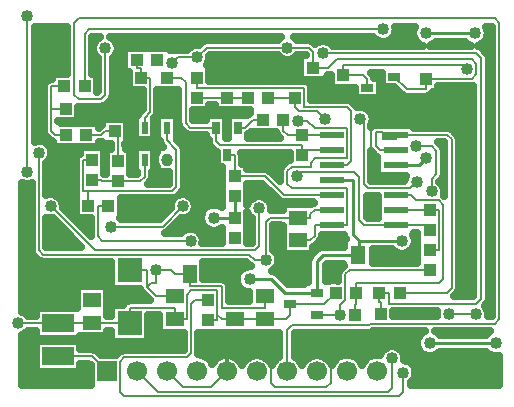
<source format=gbr>
%TF.GenerationSoftware,Novarm,DipTrace,3.0.0.2*%
%TF.CreationDate,2017-04-09T13:10:17+02:00*%
%FSLAX26Y26*%
%MOIN*%
%TF.FileFunction,Copper,L1,Top*%
%TF.Part,Single*%
%TA.AperFunction,Conductor*%
%ADD13C,0.01*%
%ADD14C,0.007874*%
%ADD15C,0.007087*%
%TA.AperFunction,CopperBalancing*%
%ADD16C,0.025*%
%ADD17C,0.012992*%
%ADD18R,0.051181X0.059055*%
%ADD19R,0.059055X0.051181*%
%ADD20R,0.043307X0.03937*%
%ADD21R,0.03937X0.043307*%
%ADD23R,0.082677X0.082677*%
%ADD25R,0.041339X0.025591*%
%ADD26R,0.106299X0.062992*%
%TA.AperFunction,ComponentPad*%
%ADD27R,0.066929X0.066929*%
%ADD28C,0.066929*%
%ADD30R,0.025591X0.041339*%
%ADD33R,0.07874X0.023622*%
%ADD35R,0.023622X0.043307*%
%TA.AperFunction,ViaPad*%
%ADD40C,0.04*%
G75*
G01*
%LPD*%
X1751220Y966634D2*
D13*
X1610471D1*
X1587559Y989547D1*
Y1169016D1*
X1519016D1*
X1244016Y838189D2*
X1316358D1*
X1360728Y793819D1*
X1469016D1*
X1125433Y1044016D2*
X1194016D1*
X1833429Y1242165D2*
X1810278Y1219016D1*
X1731614D1*
X1994366Y1658744D2*
X1833429D1*
X1845157Y624890D2*
X2064724D1*
X1606516Y919016D2*
X1610471D1*
Y966634D1*
X1606516Y919016D2*
D3*
X1469016Y793819D2*
Y899016D1*
X1489016Y919016D1*
X1606516D1*
X1194016Y1044016D2*
Y1114587D1*
X1681516Y723445D2*
D14*
Y762209D1*
X1677087D1*
Y794016D1*
X1710551D1*
Y756909D1*
X2000118D1*
X2015866Y772657D1*
Y1575827D1*
X2000118Y1591575D1*
X1488327D1*
X503799Y1717539D2*
D15*
Y1197165D1*
X781516Y1014134D2*
X954626D1*
X1021909Y1081417D1*
X1275827Y1074646D2*
Y949331D1*
X1261654Y935157D1*
X727874D1*
X581516Y1081516D1*
X1401496Y1182382D2*
D14*
D3*
X1844016Y1002087D2*
X1834622Y1019016D1*
X1844016Y1009622D1*
Y1002087D1*
X1731614Y1019016D2*
X1834622D1*
X1401496Y1182382D2*
X1413878Y1194764D1*
X1593661D1*
X1609409Y1179016D1*
Y1034764D1*
X1625157Y1019016D1*
X1731614D1*
X1636142Y1476791D2*
D15*
Y1504843D1*
X1621969Y1519016D1*
X1556516D1*
X1968307Y1540673D2*
D3*
X1556516Y1519016D2*
Y1551299D1*
X1957681D1*
X1968307Y1540673D1*
X1594016Y719016D2*
Y752559D1*
X1598445Y756988D1*
Y794016D1*
Y825118D1*
X1875118D1*
X1889291Y839291D1*
Y1087125D1*
X1875118Y1101299D1*
X1799331D1*
X1781614Y1119016D1*
X1731614D1*
X985472Y1560472D2*
D14*
X1004075Y1579075D1*
X1069016D1*
X1831516Y1506516D2*
Y1473051D1*
X1767835D1*
X1726693Y1514193D1*
X1456516Y1544016D2*
X1505900D1*
X1534370Y1572484D1*
X1984369D1*
X2000118Y1556736D1*
Y1522264D1*
X1984370Y1506516D1*
X1831516D1*
X1370000Y1610886D2*
X1440768D1*
X1456516Y1595138D1*
Y1544016D1*
X1069016Y1579075D2*
X1100827Y1610886D1*
X1370000D1*
X969016Y1237717D2*
D15*
D3*
X1756614Y527807D2*
Y462882D1*
X1742441Y448709D1*
X827282D1*
X813110Y462882D1*
Y564350D1*
X827283Y578524D1*
X1034173D1*
X1048346Y592697D1*
Y754843D1*
X1062520Y769016D1*
X1106516D1*
X1519016Y1219016D2*
X1569016D1*
X1583189Y1233189D1*
Y1398386D1*
X1569016Y1412559D1*
X1426299D1*
Y1476299D1*
X1069016D1*
Y1510945D1*
X1169016Y1444016D2*
X1099331D1*
X1069016D1*
X1239587D2*
X1199331D1*
X1169016D1*
X1306516D2*
X1394016D1*
X1800984Y1162559D2*
X1779883Y1141457D1*
X1638937D1*
X1624764Y1155630D1*
Y1361142D1*
X1613819Y1372087D1*
X1394016Y1444016D2*
Y1412559D1*
X1408189Y1398386D1*
X1470000D1*
X1496299Y1372087D1*
X1613819D2*
D3*
X631516Y1319016D2*
X596949D1*
X582776Y1333189D1*
Y1406516D1*
Y1481516D1*
X627087D1*
X582776Y1406516D2*
X631516D1*
X1419016Y1319016D2*
X1370689D1*
X1356516Y1333189D1*
Y1369016D1*
X1519016Y1319016D2*
X1419016D1*
X894213Y1237717D2*
Y1178760D1*
X880039Y1164587D1*
X806516D1*
X753760D1*
X749331Y1169016D1*
X719016D1*
X1047362Y967051D2*
X752972D1*
X738799Y981224D1*
Y1081516D1*
X773445D1*
X935945Y1569016D2*
D3*
X1206516Y1344016D2*
X1229941D1*
X1254941Y1369016D1*
X1289587D1*
X969016Y1510945D2*
X1016969D1*
X1031142Y1496772D1*
Y1358189D1*
X1045315Y1344016D1*
X1131713D1*
X1419016Y1252087D2*
X1428969Y1269016D1*
X1519016D1*
X1419016Y1252087D2*
Y1259063D1*
X1428969Y1269016D1*
X1131713Y1344016D2*
Y1298937D1*
X1145886Y1284764D1*
X1419016D1*
Y1252087D1*
X1169114Y1253465D2*
X1194016D1*
Y1181516D1*
X1296307D1*
X1358807Y1119016D1*
X1519016D1*
X1406516Y969213D2*
X1446673D1*
X1460846Y983386D1*
Y1019016D1*
X1519016D1*
X1569016D1*
Y1141457D1*
X1384252D1*
X1370079Y1155630D1*
Y1199626D1*
X1384252Y1213799D1*
X1449331D1*
Y1227283D1*
X1463504Y1241457D1*
X1569016D1*
Y1341457D1*
X1462480D1*
X1436181Y1367756D1*
X1405256D1*
X1519016Y1069016D2*
X1460845D1*
X1446673Y1054843D1*
Y1044016D1*
X1406516D1*
X1299492Y902756D2*
X1260891D1*
X1242661Y920984D1*
X556913D1*
X542740Y935157D1*
Y1259764D1*
X1406516Y1044016D2*
X1313665D1*
X1299492Y1029843D1*
Y902756D1*
X1194016Y977087D2*
D3*
X698445Y1319016D2*
X750417D1*
X762917Y1331516D1*
X794016D1*
X806516D1*
Y1231516D1*
X794016Y1331516D2*
D3*
X1844016Y1069016D2*
X1875118D1*
Y935945D1*
X1844016D1*
X1731614Y1069016D2*
X1844016D1*
X719016Y1235945D2*
X688701D1*
Y1132303D1*
X706516D1*
X986259D1*
X1000433Y1146476D1*
Y1270787D1*
X969016Y1302205D1*
Y1344016D1*
X706516Y1132303D2*
Y1081516D1*
X894213Y1344016D2*
Y1377087D1*
X912618Y1395492D1*
Y1510945D1*
X881516D1*
Y1541575D1*
X869016D1*
Y1569016D1*
X1998937Y721791D2*
X1909331D1*
X1731614Y1269016D2*
X1679331D1*
X1665157Y1283189D1*
Y1329075D1*
X1688701D1*
Y1305535D1*
X1731614D1*
Y1319016D1*
X1903465D1*
X1917638Y1304843D1*
Y808189D1*
X1903465Y794016D1*
X1744016D1*
X1798071Y1281516D2*
X1852799D1*
X1866972Y1267343D1*
Y1188654D1*
X1851972Y1173654D1*
Y1131929D1*
X763130Y1608110D2*
D14*
Y1453760D1*
X747382Y1438012D1*
X676299D1*
X660551Y1453760D1*
Y1692681D1*
X676299Y1708429D1*
X2061535D1*
X2077283Y1692681D1*
Y705728D1*
X2061535Y689980D1*
X1645844D1*
X1641413Y685551D1*
X1384764D1*
X1369016Y669803D1*
Y531516D1*
X473169Y691752D2*
D15*
X606516D1*
X994016Y706516D2*
X1034173D1*
Y787125D1*
X1048346Y801299D1*
X1136831D1*
Y720689D1*
Y702087D1*
X1106516D1*
X1136831Y720689D2*
X1151004Y706516D1*
X1194016D1*
X844016Y691850D2*
Y743819D1*
X994016D1*
Y706516D1*
X719016Y694016D2*
X762618D1*
X764783Y691850D1*
X844016D1*
X606516Y691752D2*
X670295D1*
X672559Y694016D1*
X719016D1*
X1378465Y756417D2*
X1493917D1*
X1531516Y794016D1*
X1294016Y706516D2*
X1364291D1*
X1378465Y720689D1*
Y756417D1*
X1194016Y706516D2*
X1294016D1*
X1531516Y794016D2*
D3*
X1689980Y1671260D2*
D14*
X709764D1*
X694016Y1655512D1*
Y1481516D1*
X994016Y781319D2*
D15*
X932382D1*
X900886Y812815D1*
X915059Y826988D1*
X931516D1*
Y868917D1*
X1469016Y719016D2*
X1545689D1*
X869016Y531516D2*
X937650Y462882D1*
X1705039D1*
X1719213Y477055D1*
Y574890D1*
X900886Y812815D2*
Y869016D1*
X844016D1*
X1044213Y856516D2*
Y815472D1*
X1151004D1*
Y742736D1*
X1294016D1*
Y781319D1*
X931516Y868917D2*
X981833D1*
X994236Y856516D1*
X1044213D1*
X1545689Y719016D2*
Y751299D1*
X1563799Y769409D1*
Y854841D1*
X1577972Y869016D1*
X1844016D1*
X719016Y768819D2*
D3*
X769016Y531516D2*
X719016Y581516D1*
X606516D1*
X1681516Y656516D2*
D14*
X1630094D1*
X1625665Y652087D1*
X1594016D1*
X1169016Y1579075D2*
Y1510945D1*
X881516Y1444016D2*
Y1400020D1*
X865768Y1384272D1*
Y1302992D1*
X881516Y1287244D1*
X915862D1*
X1831516Y1439587D2*
X1758504D1*
Y1439390D1*
X1726693D1*
X865768Y1384272D2*
X839686D1*
X825513Y1398445D1*
X794016D1*
X1119016Y856516D2*
X1162205D1*
X1183937Y834783D1*
X1194016D1*
Y803189D1*
X1169016Y531516D2*
X1115736Y478236D1*
X1022295D1*
X969016Y531516D1*
X1245315Y610728D2*
X1184764D1*
X1169016Y594980D1*
Y531516D1*
X1514291Y652087D2*
Y493984D1*
X1498543Y478236D1*
X1330041D1*
X1314291Y493984D1*
Y594980D1*
X1298543Y610728D1*
X1245315D1*
X1594016Y652087D2*
X1514291D1*
X1556516Y1452087D2*
X1626390D1*
X1663693Y1414783D1*
X1649520Y1400610D1*
Y1184764D1*
X1665268Y1169016D1*
X1731614D1*
X1460945Y1444016D2*
X1500358D1*
X1508429Y1452087D1*
X1556516D1*
X1389587Y1544016D2*
Y1507402D1*
X1405335Y1491654D1*
X1445197D1*
X1460945Y1475906D1*
Y1444016D1*
X1169016Y1510945D2*
X1295953D1*
X1329024Y1544016D1*
X1389587D1*
X1116890Y1238819D2*
X1093051Y1214980D1*
X1081217D1*
Y1008657D1*
X969016Y1444016D2*
X1015787D1*
Y1254567D1*
X1031535Y1238819D1*
X1116890D1*
X931614Y1344016D2*
Y1444016D1*
X969016D1*
X915862Y1287244D2*
X931614Y1298059D1*
Y1344016D1*
X915862Y1287244D2*
Y1298059D1*
X931614D1*
X915862Y1287244D2*
D3*
X1726693Y1439390D2*
Y1414783D1*
X1663693D1*
X794016Y1398445D2*
X739980D1*
X731909Y1406516D1*
X698445D1*
X1194016Y803189D2*
Y781319D1*
X1681319Y919016D2*
D15*
D3*
X1194016Y781319D2*
Y803189D1*
D40*
X1488327Y1591575D3*
X503799Y1197165D3*
Y1717539D3*
X1021909Y1081417D3*
X781516Y1014134D3*
X581516Y1081516D3*
X1275827Y1074646D3*
X1401496Y1182382D3*
X1968307Y1540673D3*
X969016Y1237717D3*
X985472Y1560472D3*
X1069016Y1579075D3*
X1370000Y1610886D3*
X1756614Y527807D3*
X1496299Y1372087D3*
X1613819D3*
X1800984Y1162559D3*
X1047362Y967051D3*
X935945Y1569016D3*
X1405256Y1367756D3*
X542740Y1259764D3*
X1194016Y977087D3*
X1299492Y902756D3*
X1909331Y721791D3*
X1998937D3*
X1244016Y838189D3*
X1751220Y966634D3*
X1833429Y1242165D3*
Y1658744D3*
X1994366D3*
X2064724Y624890D3*
X1845157D3*
X1125433Y1044016D3*
X1851972Y1131929D3*
X1798071Y1281516D3*
X763130Y1608110D3*
X473169Y691752D3*
X1531516Y794016D3*
X1689980Y1671260D3*
X1545689Y719016D3*
X1719213Y574890D3*
X719016Y768819D3*
X931516Y868917D3*
X1514291Y652087D3*
X1081217Y1008657D3*
X1116890Y1238819D3*
X1681319Y919016D3*
X1245315Y610728D3*
X915862Y1287244D3*
X1194016Y803189D3*
X1169016Y1579075D3*
X530407Y1655860D2*
D16*
X632731D1*
X1730895D2*
X1787517D1*
X2040270D2*
X2049456D1*
X530407Y1630991D2*
X632731D1*
X800085D2*
X1082976D1*
X1458630D2*
X1473259D1*
X1503405D2*
X1677995D1*
X1701989D2*
X1797429D1*
X2030358D2*
X2049479D1*
X530407Y1606122D2*
X632731D1*
X806970D2*
X824284D1*
X980700D2*
X1035222D1*
X2023864D2*
X2049479D1*
X530407Y1581253D2*
X632731D1*
X797106D2*
X824284D1*
X1112829D2*
X1338640D1*
X1401354D2*
X1410966D1*
X530407Y1556385D2*
X632731D1*
X721813D2*
X735319D1*
X790905D2*
X824284D1*
X1106091D2*
X1411003D1*
X530407Y1531516D2*
X632731D1*
X721813D2*
X735319D1*
X790905D2*
X824284D1*
X1111804D2*
X1411003D1*
X530407Y1506647D2*
X582341D1*
X790905D2*
X838737D1*
X1111804D2*
X1411003D1*
X1502038D2*
X1513771D1*
X530407Y1481778D2*
X556169D1*
X790905D2*
X838737D1*
X1452282D2*
X1513737D1*
X530407Y1456910D2*
X556169D1*
X790905D2*
X886003D1*
X939245D2*
X1004509D1*
X1452917D2*
X1592399D1*
X1679919D2*
X1745720D1*
X1853503D2*
X1988054D1*
X530407Y1432041D2*
X556169D1*
X779675D2*
X886003D1*
X939245D2*
X1004509D1*
X1585729D2*
X1988054D1*
X530407Y1407172D2*
X556169D1*
X676257D2*
X886003D1*
X939245D2*
X1004509D1*
X1111804D2*
X1126237D1*
X1636706D2*
X1988054D1*
X530407Y1382303D2*
X556169D1*
X676257D2*
X859294D1*
X1057751D2*
X1095817D1*
X1655603D2*
X1988054D1*
X530407Y1357434D2*
X556169D1*
X743200D2*
X751225D1*
X836804D2*
X859294D1*
X1654186D2*
X1988054D1*
X530407Y1332566D2*
X556169D1*
X836804D2*
X859294D1*
X1003894D2*
X1020131D1*
X1926501D2*
X1988054D1*
X530407Y1307697D2*
X571647D1*
X836804D2*
X859294D1*
X1003894D2*
X1095817D1*
X1944079D2*
X1988054D1*
X578649Y1282828D2*
X586774D1*
X743200D2*
X779899D1*
X833142D2*
X951774D1*
X1023815D2*
X1111247D1*
X1944274D2*
X1988054D1*
X585778Y1257959D2*
X676237D1*
X849304D2*
X859294D1*
X1027038D2*
X1133220D1*
X1220202D2*
X1376237D1*
X1944274D2*
X1988054D1*
X575817Y1233091D2*
X662077D1*
X849304D2*
X859294D1*
X1027038D2*
X1133220D1*
X1220642D2*
X1367302D1*
X1651403D2*
X1666203D1*
X1944274D2*
X1988054D1*
X569372Y1208222D2*
X662077D1*
X849304D2*
X859294D1*
X1027038D2*
X1151237D1*
X1236804D2*
X1345036D1*
X1651403D2*
X1666203D1*
X1944274D2*
X1988054D1*
X569372Y1183353D2*
X662077D1*
X920837D2*
X973796D1*
X1027038D2*
X1151237D1*
X1331091D2*
X1343497D1*
X1651403D2*
X1763640D1*
X1944274D2*
X1988054D1*
X569372Y1158484D2*
X662077D1*
X910534D2*
X973796D1*
X1027038D2*
X1148308D1*
X1944274D2*
X1988054D1*
X487756Y1133616D2*
X516130D1*
X569372D2*
X662077D1*
X1023327D2*
X1148308D1*
X1239685D2*
X1307585D1*
X1944274D2*
X1988054D1*
X487756Y1108747D2*
X516130D1*
X614099D2*
X661784D1*
X1054431D2*
X1148308D1*
X1239685D2*
X1251312D1*
X1300329D2*
X1332487D1*
X1637194D2*
X1669157D1*
X1944274D2*
X1988054D1*
X487756Y1083878D2*
X516130D1*
X624548D2*
X661784D1*
X818200D2*
X978874D1*
X1064929D2*
X1105534D1*
X1317858D2*
X1353923D1*
X1637194D2*
X1669157D1*
X1944274D2*
X1988054D1*
X487756Y1059009D2*
X516130D1*
X640612D2*
X661784D1*
X818200D2*
X962907D1*
X1058239D2*
X1082097D1*
X1637194D2*
X1669157D1*
X1944274D2*
X1988054D1*
X487756Y1034140D2*
X516130D1*
X569372D2*
X592302D1*
X665515D2*
X712175D1*
X1011218D2*
X1080583D1*
X1239685D2*
X1249239D1*
X1944274D2*
X1988054D1*
X487756Y1009272D2*
X516130D1*
X569372D2*
X617155D1*
X690368D2*
X712175D1*
X986364D2*
X1096745D1*
X1239685D2*
X1249239D1*
X1326110D2*
X1353923D1*
X1944274D2*
X1988054D1*
X487756Y984403D2*
X516130D1*
X569372D2*
X642009D1*
X1086560D2*
X1151237D1*
X1236804D2*
X1249186D1*
X1326110D2*
X1353923D1*
X1487487D2*
X1557048D1*
X1944274D2*
X1988054D1*
X487756Y959534D2*
X516130D1*
X569372D2*
X666911D1*
X1089733D2*
X1151237D1*
X1236804D2*
X1249186D1*
X1326110D2*
X1353923D1*
X1473620D2*
X1554948D1*
X1944274D2*
X1988054D1*
X487756Y934665D2*
X516130D1*
X1327087D2*
X1353923D1*
X1658093D2*
X1719206D1*
X1783239D2*
X1801237D1*
X1944274D2*
X1988054D1*
X487756Y909797D2*
X531511D1*
X1341979D2*
X1440153D1*
X1658093D2*
X1801237D1*
X1944274D2*
X1988054D1*
X487756Y884928D2*
X779606D1*
X1092907D2*
X1242155D1*
X1338464D2*
X1438005D1*
X1499987D2*
X1554948D1*
X1944274D2*
X1988054D1*
X487756Y860059D2*
X779606D1*
X1092907D2*
X1203923D1*
X1337097D2*
X1438005D1*
X1499987D2*
X1537761D1*
X1944274D2*
X1988054D1*
X487756Y835190D2*
X779606D1*
X1167370D2*
X1198112D1*
X1362145D2*
X1438005D1*
X1499987D2*
X1537175D1*
X1944274D2*
X1988054D1*
X487756Y810322D2*
X666423D1*
X771618D2*
X779572D1*
X1177624D2*
X1208122D1*
X1944274D2*
X1988054D1*
X487756Y785453D2*
X666423D1*
X771618D2*
X891618D1*
X1177624D2*
X1241423D1*
X1931530D2*
X1988054D1*
X487756Y760584D2*
X666423D1*
X771618D2*
X824186D1*
X2040612D2*
X2049495D1*
X487756Y735715D2*
X530290D1*
X771618D2*
X779572D1*
X2039538D2*
X2049457D1*
X908435Y710847D2*
X941423D1*
X908435Y685978D2*
X941423D1*
X502282Y661109D2*
X530290D1*
X771618D2*
X779572D1*
X908435D2*
X941423D1*
X1650427D2*
X1818571D1*
X1871765D2*
X2038151D1*
X487756Y636240D2*
X779606D1*
X908435D2*
X1021745D1*
X1074987D2*
X1341228D1*
X1396813D2*
X1800651D1*
X487756Y611371D2*
X530290D1*
X682751D2*
X1021745D1*
X1074987D2*
X1341228D1*
X1396813D2*
X1698942D1*
X1739489D2*
X1801335D1*
X487756Y586503D2*
X530290D1*
X750622D2*
X798649D1*
X1086413D2*
X1341228D1*
X1396813D2*
X1677800D1*
X1760583D2*
X1822185D1*
X1868103D2*
X2041765D1*
X487756Y561634D2*
X530290D1*
X1781530D2*
X2071940D1*
X487756Y536765D2*
X530290D1*
X682751D2*
X712468D1*
X1798718D2*
X2071940D1*
X487756Y511896D2*
X712468D1*
X1796472D2*
X2071940D1*
X487756Y487028D2*
X712468D1*
X1783239D2*
X2071940D1*
X1655606Y938108D2*
Y893088D1*
X1803705Y893146D1*
X1803744Y959085D1*
X1802957Y959059D1*
Y993678D1*
X1792386Y993705D1*
X1792358Y985831D1*
X1790259D1*
X1792591Y980076D1*
X1794185Y973439D1*
X1794720Y966634D1*
X1794185Y959829D1*
X1792591Y953192D1*
X1789979Y946885D1*
X1786413Y941065D1*
X1781980Y935875D1*
X1776789Y931442D1*
X1770969Y927875D1*
X1764663Y925263D1*
X1758025Y923669D1*
X1751220Y923134D1*
X1744416Y923669D1*
X1737778Y925263D1*
X1731472Y927875D1*
X1725652Y931442D1*
X1720461Y935875D1*
X1718369Y938138D1*
X1655566Y938134D1*
X1557425Y947482D2*
Y972043D1*
X1565091D1*
X1562165Y976608D1*
X1559846Y982894D1*
X1559362Y985498D1*
X1553973Y986618D1*
X1484978D1*
X1484679Y979611D1*
X1483140Y974152D1*
X1480368Y969203D1*
X1477909Y966323D1*
X1460856Y949691D1*
X1457231Y947530D1*
X1456630Y940390D1*
Y926923D1*
X1470506Y940687D1*
X1476077Y944410D1*
X1482363Y946728D1*
X1489016Y947516D1*
X1489356Y947503D1*
X1557424Y947516D1*
X1368902Y1090193D2*
X1449322D1*
X1453388Y1091964D1*
X1459063Y1093076D1*
X1456516Y1094886D1*
X1355032Y1095183D1*
X1349573Y1096723D1*
X1344624Y1099494D1*
X1341745Y1101953D1*
X1286329Y1157369D1*
X1237176Y1157386D1*
X1237227Y1087188D1*
X1239664Y1093072D1*
X1242992Y1098502D1*
X1247128Y1103345D1*
X1251971Y1107481D1*
X1257401Y1110809D1*
X1263285Y1113246D1*
X1269478Y1114733D1*
X1275827Y1115232D1*
X1282176Y1114733D1*
X1288369Y1113246D1*
X1294253Y1110809D1*
X1299683Y1107481D1*
X1304526Y1103345D1*
X1308662Y1098502D1*
X1311990Y1093072D1*
X1314427Y1087188D1*
X1315914Y1080995D1*
X1316413Y1074646D1*
X1315882Y1068138D1*
X1356390Y1068146D1*
X1356402Y1090193D1*
X1368902D1*
X1356402Y997839D2*
X1356450Y1015390D1*
X1344016Y1019886D1*
X1323654D1*
X1323622Y935360D1*
X1328191Y931455D1*
X1332327Y926612D1*
X1335655Y921182D1*
X1338092Y915298D1*
X1339579Y909105D1*
X1340079Y902756D1*
X1339579Y896407D1*
X1338092Y890214D1*
X1335655Y884330D1*
X1332327Y878900D1*
X1328191Y874057D1*
X1323348Y869921D1*
X1317994Y866636D1*
X1323011Y865902D1*
X1329297Y863583D1*
X1334868Y859861D1*
X1372522Y822330D1*
X1424840Y822319D1*
X1424847Y830114D1*
X1440520D1*
X1440603Y901252D1*
X1441911Y907823D1*
X1444715Y913907D1*
X1448863Y919168D1*
X1449113Y919400D1*
X1452773Y923035D1*
X1356402D1*
Y1015390D1*
X1378744Y1237239D2*
Y1260676D1*
X1217014Y1260634D1*
X1218071Y1255358D1*
X1218146Y1223728D1*
X1234288Y1223756D1*
Y1205640D1*
X1300082Y1205349D1*
X1305541Y1203809D1*
X1310490Y1201037D1*
X1313370Y1198578D1*
X1345928Y1166020D1*
X1346246Y1203401D1*
X1347785Y1208860D1*
X1350557Y1213809D1*
X1353016Y1216689D1*
X1370069Y1233321D1*
X1375018Y1236092D1*
X1378742Y1237287D1*
X1209288Y1403738D2*
Y1401775D1*
X1128744D1*
Y1419891D1*
X1109299Y1419886D1*
X1109288Y1401775D1*
X1055235D1*
X1055272Y1368207D1*
X1098293Y1368146D1*
X1098331Y1385271D1*
X1165095D1*
Y1308892D1*
X1173181Y1308894D1*
X1173134Y1385271D1*
X1237083D1*
X1240758Y1388537D1*
X1246116Y1391460D1*
X1245707Y1391309D1*
X1246116Y1391460D1*
X1244327Y1403744D1*
X1209317D1*
X1244130Y660357D2*
X1146816Y660338D1*
X1146788Y659846D1*
X1072422D1*
X1072402Y590804D1*
X1072094Y588494D1*
X1082314Y586906D1*
X1090815Y584144D1*
X1098780Y580086D1*
X1106011Y574832D1*
X1112332Y568511D1*
X1117586Y561280D1*
X1120188Y556473D1*
X1125103Y564364D1*
X1129992Y570044D1*
X1135609Y575004D1*
X1141850Y579153D1*
X1148599Y582412D1*
X1155729Y584720D1*
X1163107Y586035D1*
X1170595Y586332D1*
X1178054Y585604D1*
X1185344Y583867D1*
X1192329Y581152D1*
X1198878Y577510D1*
X1204870Y573009D1*
X1210193Y567733D1*
X1214746Y561781D1*
X1218446Y555264D1*
X1219440Y553067D1*
X1222930Y559757D1*
X1227915Y566619D1*
X1233912Y572617D1*
X1240774Y577602D1*
X1248331Y581453D1*
X1256398Y584073D1*
X1264775Y585400D1*
X1273257D1*
X1281634Y584073D1*
X1289700Y581453D1*
X1297257Y577602D1*
X1304119Y572617D1*
X1310117Y566619D1*
X1315102Y559757D1*
X1318571Y553028D1*
X1322258Y560169D1*
X1327316Y567131D1*
X1333401Y573215D1*
X1340363Y578273D1*
X1343723Y580155D1*
X1343705Y660373D1*
X1243902Y660387D1*
X769129Y740193D2*
X769130Y717195D1*
X772249Y716126D1*
X782117Y715980D1*
X782091Y753776D1*
X822081D1*
X824494Y758002D1*
X828345Y762167D1*
X833061Y765319D1*
X838383Y767282D1*
X844349Y767936D1*
X911643Y767949D1*
X881364Y798632D1*
X878593Y803581D1*
X877818Y805779D1*
X877474Y807091D1*
X782091D1*
Y896885D1*
X555020Y896929D1*
X549457Y898035D1*
X544305Y900410D1*
X539625Y904166D1*
X523219Y920974D1*
X520447Y925923D1*
X518907Y931383D1*
X518610Y935157D1*
Y1159425D1*
X513274Y1157700D1*
X506984Y1156704D1*
X500615D1*
X494324Y1157700D1*
X488267Y1159668D1*
X485232Y1161081D1*
X485256Y730484D1*
X491595Y727915D1*
X497026Y724587D1*
X501868Y720451D1*
X505796Y715872D1*
X532788Y715882D1*
X532780Y743835D1*
X668902Y743882D1*
Y814996D1*
X769130D1*
X769081Y722642D1*
X770075Y716965D1*
X771852Y716309D1*
X769130Y667781D2*
Y647838D1*
X680214D1*
X680252Y639669D1*
X532780D1*
Y667648D1*
X505783Y667622D1*
X501868Y663053D1*
X497026Y658917D1*
X491595Y655589D1*
X485244Y653020D1*
X485256Y485256D1*
X714992D1*
X714965Y551439D1*
X706516Y557386D1*
X680295D1*
X680252Y529433D1*
X532780D1*
Y633598D1*
X680252D1*
Y605620D1*
X720909Y605571D1*
X726472Y604465D1*
X731624Y602090D1*
X736304Y598334D1*
X749095Y585562D1*
X800267Y585567D1*
X813100Y598045D1*
X818049Y600817D1*
X823509Y602356D1*
X827283Y602654D1*
X1024207D1*
X1024216Y660324D1*
X943902Y660339D1*
Y719665D1*
X905979Y719689D1*
X905941Y629925D1*
X782091D1*
Y667767D1*
X769162Y667720D1*
X1243902Y766831D2*
Y794663D1*
X1237211Y795225D1*
X1230574Y796818D1*
X1224267Y799430D1*
X1218447Y802997D1*
X1213257Y807430D1*
X1208824Y812620D1*
X1205257Y818440D1*
X1202645Y824747D1*
X1201051Y831384D1*
X1200516Y838189D1*
X1201051Y844994D1*
X1202645Y851631D1*
X1205257Y857938D1*
X1208824Y863758D1*
X1213257Y868948D1*
X1218447Y873381D1*
X1224267Y876948D1*
X1230574Y879560D1*
X1237211Y881153D1*
X1244016Y881689D1*
X1249959Y881255D1*
X1245221Y884407D1*
X1232677Y896845D1*
X1090366Y896854D1*
X1090390Y839589D1*
X1154779Y839305D1*
X1160238Y837766D1*
X1165187Y834994D1*
X1169353Y831144D1*
X1172504Y826427D1*
X1174467Y821105D1*
X1175121Y815140D1*
X1175134Y766888D1*
X1243924Y766866D1*
X673756Y1412852D2*
Y1366244D1*
X606910D1*
X614276Y1359287D1*
X740685D1*
Y1343418D1*
X748734Y1351037D1*
X753746Y1353832D1*
X753744Y1373756D1*
X834288D1*
Y1289275D1*
X830626D1*
X830646Y1273752D1*
X846787Y1273756D1*
Y1188711D1*
X870092Y1188717D1*
X870083Y1195508D1*
X861815Y1195476D1*
Y1279956D1*
X926611D1*
Y1195476D1*
X918359D1*
X918045Y1174985D1*
X916506Y1169526D1*
X913734Y1164577D1*
X911275Y1161697D1*
X905992Y1156415D1*
X976291Y1156433D1*
X976303Y1194670D1*
X935831Y1194689D1*
X935543Y1213397D1*
X932151Y1218933D1*
X929667Y1224931D1*
X928151Y1231244D1*
X927642Y1237717D1*
X928151Y1244189D1*
X929667Y1250502D1*
X932151Y1256500D1*
X935834Y1262404D1*
X935831Y1280744D1*
X956387D1*
X949494Y1288021D1*
X946723Y1292971D1*
X945183Y1298430D1*
X944943Y1300748D1*
X936618Y1301775D1*
Y1386256D1*
X1001414D1*
Y1303886D1*
X1019955Y1284971D1*
X1022726Y1280022D1*
X1024266Y1274562D1*
X1024563Y1270787D1*
X1024266Y1142702D1*
X1022726Y1137242D1*
X1019955Y1132293D1*
X1017495Y1129413D1*
X1007384Y1119303D1*
X1015560Y1121504D1*
X1021909Y1122004D1*
X1028259Y1121504D1*
X1034451Y1120017D1*
X1040335Y1117580D1*
X1045766Y1114253D1*
X1050609Y1110116D1*
X1054745Y1105274D1*
X1058072Y1099843D1*
X1060510Y1093959D1*
X1061996Y1087766D1*
X1062496Y1081417D1*
X1061996Y1075068D1*
X1060510Y1068875D1*
X1058072Y1062991D1*
X1054745Y1057561D1*
X1050609Y1052718D1*
X1045766Y1048582D1*
X1040335Y1045254D1*
X1034451Y1042817D1*
X1028259Y1041330D1*
X1021909Y1040831D1*
X1015894Y1041291D1*
X968809Y994612D1*
X963860Y991841D1*
X962018Y991167D1*
X1014740Y991181D1*
X1018663Y995750D1*
X1023506Y999886D1*
X1028936Y1003214D1*
X1034820Y1005651D1*
X1041013Y1007138D1*
X1047362Y1007638D1*
X1053711Y1007138D1*
X1059904Y1005651D1*
X1065788Y1003214D1*
X1071218Y999886D1*
X1076061Y995750D1*
X1080197Y990907D1*
X1083525Y985477D1*
X1085962Y979593D1*
X1087449Y973400D1*
X1087949Y967051D1*
X1087165Y959274D1*
X1153704Y959288D1*
X1153429Y977087D1*
X1153744Y984846D1*
Y998860D1*
X1150831Y998862D1*
Y1008676D1*
X1145182Y1005257D1*
X1138875Y1002645D1*
X1132238Y1001051D1*
X1125433Y1000516D1*
X1118628Y1001051D1*
X1111991Y1002645D1*
X1105684Y1005257D1*
X1099864Y1008824D1*
X1094674Y1013257D1*
X1090241Y1018447D1*
X1086674Y1024267D1*
X1084062Y1030574D1*
X1082469Y1037211D1*
X1081933Y1044016D1*
X1082469Y1050821D1*
X1084062Y1057458D1*
X1086674Y1063764D1*
X1090241Y1069584D1*
X1094674Y1074775D1*
X1099864Y1079208D1*
X1105684Y1082775D1*
X1111991Y1085387D1*
X1118628Y1086980D1*
X1125433Y1087516D1*
X1132238Y1086980D1*
X1138875Y1085387D1*
X1145182Y1082775D1*
X1150835Y1079319D1*
X1150831Y1159740D1*
X1153712D1*
X1153744Y1212176D1*
X1135732Y1212208D1*
Y1262843D1*
X1130215Y1266415D1*
X1113364Y1283266D1*
X1110213Y1287982D1*
X1108249Y1293304D1*
X1107596Y1299270D1*
X1107583Y1302794D1*
X1098331Y1302760D1*
Y1319898D1*
X1041540Y1320183D1*
X1036081Y1321722D1*
X1031132Y1324494D1*
X1028252Y1326953D1*
X1011620Y1344006D1*
X1008848Y1348955D1*
X1007309Y1354414D1*
X1007012Y1358189D1*
Y1468687D1*
X936778Y1468705D1*
X936674Y1393599D1*
X935567Y1388036D1*
X933192Y1382884D1*
X929436Y1378204D1*
X926608Y1375357D1*
X926611Y1301775D1*
X861815D1*
Y1386256D1*
X871919Y1386321D1*
X874691Y1391270D1*
X877150Y1394149D1*
X888509Y1405508D1*
X888488Y1468685D1*
X841244Y1468704D1*
Y1528714D1*
X826776Y1528744D1*
Y1609287D1*
X932760Y1609477D1*
X940749Y1609286D1*
X978185Y1609287D1*
Y1601230D1*
X985472Y1601846D1*
X992032Y1601320D1*
X996253Y1603147D1*
X1002089Y1604308D1*
X1036253Y1604386D1*
X1042145Y1610536D1*
X1047398Y1614352D1*
X1053183Y1617299D1*
X1059357Y1619306D1*
X1065770Y1620321D1*
X1074240Y1620087D1*
X1085949Y1631363D1*
X1091141Y1634270D1*
X1096867Y1635885D1*
X1100827Y1636197D1*
X1337301D1*
X1343130Y1642347D1*
X1348076Y1645959D1*
X779873Y1645949D1*
X787449Y1641583D1*
X792386Y1637366D1*
X796602Y1632429D1*
X799994Y1626894D1*
X802479Y1620896D1*
X803995Y1614583D1*
X804504Y1608110D1*
X803995Y1601638D1*
X802479Y1595325D1*
X799994Y1589327D1*
X796602Y1583791D1*
X792386Y1578854D1*
X788436Y1575416D1*
X788363Y1451774D1*
X787202Y1445938D1*
X784711Y1440535D1*
X780782Y1435636D1*
X762259Y1417535D1*
X757068Y1414627D1*
X751341Y1413012D1*
X747382Y1412701D1*
X673889Y1412829D1*
X782383Y1289275D2*
X753744D1*
Y1295086D1*
X740701Y1294886D1*
X740685Y1278744D1*
X589276D1*
Y1296176D1*
X584341Y1298442D1*
X579660Y1302198D1*
X563254Y1319006D1*
X560482Y1323955D1*
X558943Y1329414D1*
X558646Y1333189D1*
X558720Y1483409D1*
X559827Y1488972D1*
X562201Y1494124D1*
X565713Y1498578D1*
X570168Y1502090D1*
X575319Y1504465D1*
X580882Y1505571D1*
X584875Y1505646D1*
X584846Y1521787D1*
X635286D1*
X635240Y1680762D1*
X527896Y1680728D1*
X527929Y1297569D1*
X536391Y1299851D1*
X542740Y1300350D1*
X549089Y1299851D1*
X555282Y1298364D1*
X561166Y1295927D1*
X566596Y1292599D1*
X571439Y1288463D1*
X575575Y1283620D1*
X578903Y1278190D1*
X581340Y1272306D1*
X582827Y1266113D1*
X583327Y1259764D1*
X582827Y1253415D1*
X581340Y1247222D1*
X578903Y1241338D1*
X575575Y1235908D1*
X571439Y1231065D1*
X566860Y1227137D1*
X566870Y1119383D1*
X575167Y1121603D1*
X581516Y1122102D1*
X587865Y1121603D1*
X594058Y1120116D1*
X599942Y1117679D1*
X605372Y1114351D1*
X610215Y1110215D1*
X614351Y1105372D1*
X617679Y1099942D1*
X620116Y1094058D1*
X621603Y1087865D1*
X622102Y1081516D1*
X621642Y1075500D1*
X714692Y982465D1*
X714669Y1041234D1*
X664276Y1041244D1*
Y1121787D1*
X666961D1*
X665238Y1126670D1*
X664571Y1132303D1*
X664868Y1239720D1*
X666408Y1245179D1*
X669179Y1250128D1*
X673030Y1254293D1*
X678143Y1257628D1*
X677746Y1257445D1*
X678143Y1257628D1*
X678744Y1278185D1*
X759288D1*
X759239Y1193704D1*
X760285Y1190516D1*
X762302Y1189347D1*
X766244Y1189276D1*
Y1273756D1*
X782406D1*
X782386Y1289279D1*
X1594883Y1476775D2*
X1516244D1*
Y1520965D1*
X1511809Y1519404D1*
X1505900Y1518705D1*
X1505566Y1518718D1*
X1499544Y1510075D1*
Y1502956D1*
X1413488D1*
Y1585075D1*
X1430822D1*
X1428268Y1585575D1*
X1402731D1*
X1396870Y1579425D1*
X1391618Y1575609D1*
X1385833Y1572661D1*
X1379659Y1570655D1*
X1373246Y1569639D1*
X1366754D1*
X1360341Y1570655D1*
X1354167Y1572661D1*
X1348382Y1575609D1*
X1343130Y1579425D1*
X1337305Y1585580D1*
X1111260Y1585575D1*
X1110262Y1582321D1*
Y1575829D1*
X1109247Y1569416D1*
X1107240Y1563242D1*
X1104293Y1557457D1*
X1101255Y1553191D1*
X1109288Y1553185D1*
Y1500402D1*
X1428192Y1500355D1*
X1433756Y1499248D1*
X1438907Y1496873D1*
X1443362Y1493362D1*
X1446873Y1488907D1*
X1449248Y1483756D1*
X1450355Y1478192D1*
X1450429Y1436700D1*
X1570909Y1436615D1*
X1576472Y1435508D1*
X1581624Y1433133D1*
X1586304Y1429377D1*
X1602711Y1412569D1*
X1602953Y1412206D1*
X1602711Y1412569D1*
X1604344Y1411552D1*
X1610635Y1412548D1*
X1617003D1*
X1623294Y1411552D1*
X1629351Y1409584D1*
X1635025Y1406692D1*
X1640178Y1402949D1*
X1644681Y1398446D1*
X1648425Y1393293D1*
X1651316Y1387618D1*
X1653284Y1381561D1*
X1654280Y1375271D1*
Y1368902D1*
X1653284Y1362612D1*
X1651316Y1356555D1*
X1648881Y1351695D1*
X1648894Y1346835D1*
X1652550Y1349649D1*
X1657701Y1352024D1*
X1663264Y1353130D1*
X1690594D1*
X1696567Y1351873D1*
X1696157Y1352024D1*
X1709158Y1351413D1*
X1791571D1*
Y1343161D1*
X1905358Y1343071D1*
X1910921Y1341965D1*
X1916072Y1339590D1*
X1920753Y1335834D1*
X1937159Y1319026D1*
X1939931Y1314077D1*
X1941471Y1308617D1*
X1941768Y1304843D1*
X1941471Y804414D1*
X1939931Y798955D1*
X1937159Y794006D1*
X1934700Y791126D1*
X1925799Y782225D1*
X1989604Y782221D1*
X1990555Y785157D1*
X1990279Y1481904D1*
X1984037Y1481218D1*
X1872603Y1481205D1*
X1872575Y1463488D1*
X1854900Y1463365D1*
X1851993Y1458174D1*
X1847954Y1453804D1*
X1843007Y1450499D1*
X1837424Y1448439D1*
X1831182Y1447753D1*
X1765849Y1447818D1*
X1760013Y1448979D1*
X1754610Y1451470D1*
X1749710Y1455399D1*
X1725043Y1480047D1*
X1684650Y1480024D1*
Y1527143D1*
X1647964Y1527169D1*
X1655663Y1519026D1*
X1658435Y1514077D1*
X1659664Y1510178D1*
X1677398Y1510173D1*
Y1443409D1*
X1594886D1*
Y1476759D1*
X1394308Y580155D2*
X1401249Y575881D1*
X1407792Y570292D1*
X1413381Y563749D1*
X1417877Y556412D1*
X1419434Y553036D1*
X1422930Y559757D1*
X1427915Y566619D1*
X1433912Y572617D1*
X1440774Y577602D1*
X1448331Y581453D1*
X1456398Y584073D1*
X1464775Y585400D1*
X1473257D1*
X1481634Y584073D1*
X1489700Y581453D1*
X1497257Y577602D1*
X1504119Y572617D1*
X1510117Y566619D1*
X1515102Y559757D1*
X1518571Y553028D1*
X1522258Y560169D1*
X1527316Y567131D1*
X1533401Y573215D1*
X1540363Y578273D1*
X1548030Y582180D1*
X1556214Y584839D1*
X1564713Y586185D1*
X1573318D1*
X1581818Y584839D1*
X1590002Y582180D1*
X1597669Y578273D1*
X1604631Y573215D1*
X1610715Y567131D1*
X1615773Y560169D1*
X1618997Y553983D1*
X1622258Y560169D1*
X1627316Y567131D1*
X1633401Y573215D1*
X1640363Y578273D1*
X1648030Y582180D1*
X1656214Y584839D1*
X1664713Y586185D1*
X1673318D1*
X1679953Y585210D1*
X1683050Y593316D1*
X1686377Y598746D1*
X1690514Y603589D1*
X1695356Y607725D1*
X1700787Y611053D1*
X1706671Y613490D1*
X1712863Y614977D1*
X1719213Y615476D1*
X1725562Y614977D1*
X1731755Y613490D1*
X1737639Y611053D1*
X1743069Y607725D1*
X1747912Y603589D1*
X1752048Y598746D1*
X1755376Y593316D1*
X1757813Y587432D1*
X1759300Y581239D1*
X1759799Y574890D1*
X1759253Y568309D1*
X1766089Y567272D1*
X1772146Y565304D1*
X1777821Y562413D1*
X1782973Y558669D1*
X1787476Y554166D1*
X1791220Y549014D1*
X1794111Y543339D1*
X1796079Y537282D1*
X1797076Y530991D1*
Y524623D1*
X1796079Y518332D1*
X1794111Y512275D1*
X1791220Y506601D1*
X1787476Y501448D1*
X1782973Y496945D1*
X1780734Y495180D1*
X1780744Y485278D1*
X2074429Y485256D1*
Y582473D1*
X2068137Y581524D1*
X2061311D1*
X2054570Y582592D1*
X2048078Y584701D1*
X2041996Y587800D1*
X2036473Y591812D1*
X2031873Y596394D1*
X1878054Y596390D1*
X1873408Y591812D1*
X1867886Y587800D1*
X1861804Y584701D1*
X1855312Y582592D1*
X1848570Y581524D1*
X1841745D1*
X1835003Y582592D1*
X1828511Y584701D1*
X1822429Y587800D1*
X1816906Y591812D1*
X1812080Y596639D1*
X1808068Y602161D1*
X1804969Y608243D1*
X1802859Y614735D1*
X1801792Y621477D1*
Y628303D1*
X1802859Y635045D1*
X1804969Y641536D1*
X1808068Y647618D1*
X1812080Y653141D1*
X1816906Y657967D1*
X1822429Y661980D1*
X1827650Y664682D1*
X1655725Y664669D1*
X1651100Y662167D1*
X1645373Y660552D1*
X1641413Y660240D1*
X1395271D1*
X1394327Y657303D1*
Y580204D1*
X1239898Y1322039D2*
Y1308892D1*
X1346716Y1308894D1*
X1336994Y1319006D1*
X1334222Y1323955D1*
X1332967Y1327984D1*
X1331827Y1328744D1*
X1248791D1*
X1244124Y1324494D1*
X1240499Y1322333D1*
X1237201Y1062167D2*
Y998862D1*
X1234320D1*
X1234602Y977087D1*
X1234288Y969327D1*
Y959317D1*
X1251653Y959288D1*
X1251697Y1042055D1*
X1247128Y1045947D1*
X1242992Y1050789D1*
X1239664Y1056220D1*
X1237203Y1062188D1*
X1497528Y834287D2*
X1531516Y834602D1*
X1539715Y834287D1*
X1539966Y858616D1*
X1541506Y864075D1*
X1544278Y869024D1*
X1546736Y871903D1*
X1557429Y882597D1*
X1556516Y890516D1*
X1500803D1*
X1497533Y887228D1*
X1497516Y834318D1*
X1722575Y731658D2*
Y715252D1*
X1869244Y715442D1*
X1868744Y721791D1*
X1869244Y728140D1*
X1869963Y731614D1*
X1722530Y731598D1*
X815685Y1108164D2*
Y1041244D1*
X811730D1*
X814143Y1038254D1*
X944637Y1038264D1*
X981792Y1075425D1*
X981323Y1081417D1*
X981823Y1087766D1*
X983309Y1093959D1*
X985747Y1099843D1*
X989074Y1105274D1*
X991892Y1108840D1*
X986259Y1108173D1*
X815702D1*
X719299Y1522574D2*
X737044D1*
Y1463444D1*
X737819Y1466260D1*
Y1575391D1*
X731669Y1581240D1*
X727853Y1586492D1*
X724905Y1592277D1*
X722899Y1598452D1*
X721883Y1604864D1*
Y1611356D1*
X722899Y1617769D1*
X724905Y1623943D1*
X727853Y1629728D1*
X731669Y1634981D1*
X736260Y1639571D1*
X741512Y1643387D1*
X746479Y1645958D1*
X720205Y1645949D1*
X719327Y1643012D1*
Y1522553D1*
X1670870Y1044278D2*
Y1052201D1*
X1671700D1*
X1671658Y1117331D1*
X1635162Y1117624D1*
X1634734Y1117709D1*
X1635162Y1117624D1*
X1634734Y1117709D1*
X1634721Y1045276D1*
X1637657Y1044327D1*
X1670909D1*
X1766311Y1183704D2*
X1668744D1*
Y1247315D1*
X1663660Y1250667D1*
X1648866Y1265356D1*
X1648894Y1165585D1*
X1760523Y1165743D1*
X1761519Y1172034D1*
X1763487Y1178091D1*
X1766348Y1183711D1*
X1463101Y1624332D2*
X1469543Y1628439D1*
X1475541Y1630924D1*
X1481854Y1632439D1*
X1488327Y1632949D1*
X1494799Y1632439D1*
X1501112Y1630924D1*
X1507110Y1628439D1*
X1512646Y1625047D1*
X1517583Y1620831D1*
X1521021Y1616880D1*
X1821579Y1616886D1*
X1813681Y1619985D1*
X1807860Y1623552D1*
X1802670Y1627985D1*
X1798237Y1633175D1*
X1794670Y1638996D1*
X1792058Y1645302D1*
X1790465Y1651939D1*
X1789929Y1658744D1*
X1790465Y1665549D1*
X1792058Y1672186D1*
X1794670Y1678493D1*
X1795929Y1680739D1*
X1730240Y1680728D1*
X1731227Y1674506D1*
Y1668014D1*
X1730211Y1661601D1*
X1728205Y1655427D1*
X1725257Y1649642D1*
X1721441Y1644390D1*
X1716851Y1639799D1*
X1711598Y1635983D1*
X1705813Y1633035D1*
X1699639Y1631029D1*
X1693226Y1630013D1*
X1686734D1*
X1680322Y1631029D1*
X1674147Y1633035D1*
X1668362Y1635983D1*
X1663110Y1639799D1*
X1657286Y1645954D1*
X1391982Y1645949D1*
X1396870Y1642347D1*
X1402695Y1636191D1*
X1444727Y1635885D1*
X1450454Y1634270D1*
X1455645Y1631363D1*
X1458665Y1628784D1*
X1463119Y1624330D1*
X587531Y1041389D2*
X581516Y1040929D1*
X575167Y1041429D1*
X568974Y1042916D1*
X566860Y1043695D1*
X566870Y945136D1*
X683818Y945114D1*
X587517Y1041390D1*
X2039399Y718607D2*
X2038992Y715283D1*
X2051068Y715291D1*
X2051972Y718228D1*
Y1680775D1*
X2031900Y1680728D1*
X2034555Y1675391D1*
X2036664Y1668899D1*
X2037732Y1662157D1*
Y1655331D1*
X2036664Y1648589D1*
X2034555Y1642097D1*
X2031456Y1636015D1*
X2027444Y1630493D1*
X2022617Y1625666D1*
X2017095Y1621654D1*
X2011013Y1618555D1*
X2004611Y1616471D1*
X2009804Y1614959D1*
X2014996Y1612052D1*
X2018016Y1609472D1*
X2036343Y1590704D1*
X2039251Y1585513D1*
X2040866Y1579786D1*
X2041177Y1575827D1*
X2040866Y768698D1*
X2039251Y762971D1*
X2036343Y757780D1*
X2033764Y754760D1*
X2028550Y749546D1*
X2033543Y742998D1*
X2036434Y737323D1*
X2038402Y731266D1*
X2039399Y724976D1*
Y718607D1*
X1866280Y1630248D2*
X1861680Y1625666D1*
X1856158Y1621654D1*
X1850076Y1618555D1*
X1845086Y1616870D1*
X1982516Y1616886D1*
X1974618Y1619985D1*
X1968797Y1623552D1*
X1963607Y1627985D1*
X1961515Y1630248D1*
X1866290Y1630244D1*
X2031873Y653386D2*
X2036473Y657967D1*
X2041996Y661980D1*
X2047217Y664682D1*
X1862756Y664669D1*
X1867886Y661980D1*
X1873408Y657967D1*
X1878009Y653386D1*
X2031827Y653390D1*
X1892434Y1128745D2*
X1891438Y1122454D1*
X1890789Y1119648D1*
X1893528Y1117014D1*
X1893508Y1294859D1*
X1873533Y1294886D1*
X1886494Y1281526D1*
X1889266Y1276577D1*
X1890805Y1271117D1*
X1891103Y1267343D1*
X1890805Y1184879D1*
X1889266Y1179419D1*
X1886494Y1174470D1*
X1884035Y1171591D1*
X1876612Y1164168D1*
X1882835Y1158288D1*
X1886578Y1153136D1*
X1889470Y1147461D1*
X1891438Y1141404D1*
X1892434Y1135114D1*
Y1128745D1*
X1169016Y586306D2*
D17*
Y531516D1*
D18*
X1606516Y919016D3*
X1681319D3*
D19*
X1406516Y1044016D3*
Y969213D3*
D20*
X1394016Y1444016D3*
X1460945D3*
D21*
X1419016Y1319016D3*
Y1252087D3*
X1169016Y1444016D3*
Y1510945D3*
D19*
X1194016Y706516D3*
Y781319D3*
X719016Y694016D3*
Y768819D3*
X1294016Y706516D3*
Y781319D3*
D18*
X1119016Y856516D3*
X1044213D3*
D20*
X631516Y1406516D3*
X698445D3*
D21*
X794016Y1331516D3*
Y1398445D3*
X719016Y1169016D3*
Y1235945D3*
X1556516Y1519016D3*
Y1452087D3*
D20*
X1456516Y1544016D3*
X1389587D3*
D21*
X1831516Y1506516D3*
Y1439587D3*
D23*
X844016Y869016D3*
Y691850D3*
D25*
X1469016Y719016D3*
Y793819D3*
X1378465Y756417D3*
D19*
X994016Y706516D3*
Y781319D3*
D26*
X606516Y581516D3*
Y691752D3*
D27*
X769016Y531516D3*
D28*
X869016D3*
X969016D3*
X1069016D3*
X1169016D3*
X1269016D3*
X1369016D3*
X1469016D3*
X1569016D3*
X1669016D3*
D30*
X1206516Y1344016D3*
X1131713D3*
X1169114Y1253465D3*
D21*
X1194016Y1044016D3*
Y977087D3*
Y1181516D3*
Y1114587D3*
D20*
X1306516Y1444016D3*
X1239587D3*
D21*
X1069016D3*
Y1510945D3*
D20*
X1356516Y1369016D3*
X1289587D3*
D21*
X969016Y1444016D3*
Y1510945D3*
X1594016Y719016D3*
Y652087D3*
D20*
X1531516Y794016D3*
X1598445D3*
D21*
X1106516Y769016D3*
Y702087D3*
X1844016Y869016D3*
Y935945D3*
Y1069016D3*
Y1002087D3*
D20*
X1744016Y794016D3*
X1677087D3*
D21*
X1681516Y656516D3*
Y723445D3*
X881516Y1444016D3*
Y1510945D3*
D20*
X869016Y1569016D3*
X935945D3*
X706516Y1081516D3*
X773445D3*
X694016Y1481516D3*
X627087D3*
X631516Y1319016D3*
X698445D3*
D21*
X806516Y1231516D3*
Y1164587D3*
D33*
X1519016Y1319016D3*
Y1269016D3*
Y1219016D3*
Y1169016D3*
Y1119016D3*
Y1069016D3*
Y1019016D3*
X1731614D3*
Y1069016D3*
Y1119016D3*
Y1169016D3*
Y1219016D3*
Y1269016D3*
Y1319016D3*
D35*
X969016Y1344016D3*
X931614D3*
X894213D3*
Y1237717D3*
X969016D3*
D25*
X1726693Y1439390D3*
Y1514193D3*
X1636142Y1476791D3*
M02*

</source>
